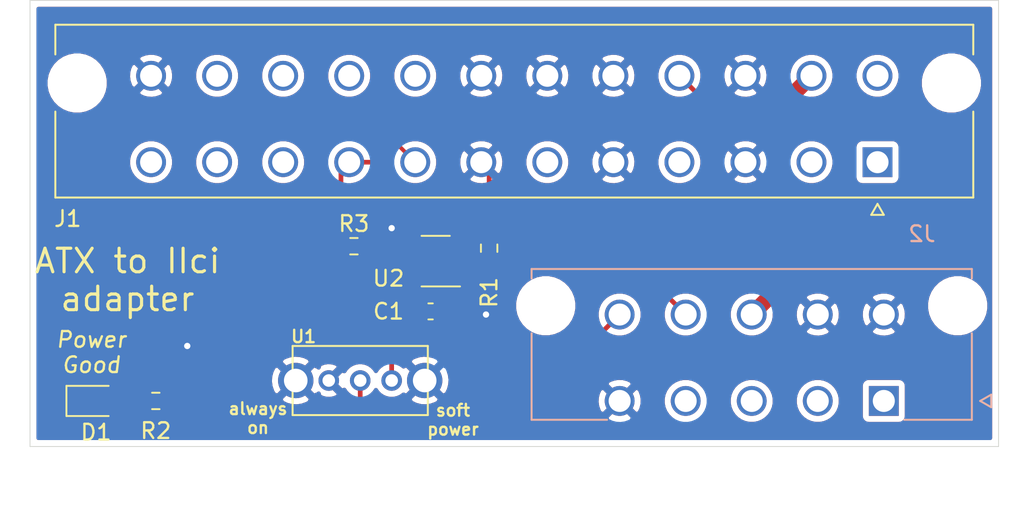
<source format=kicad_pcb>
(kicad_pcb (version 20171130) (host pcbnew 5.1.9+dfsg1-1~bpo10+1)
  (layers (0 F.Cu signal) (1 In1.Cu signal) (2 In2.Cu signal) (31 B.Cu signal) (34 B.Paste user) (35 F.Paste user) (36 B.SilkS user) (37 F.SilkS user) (38 B.Mask user) (39 F.Mask user) (44 Edge.Cuts user))
  (net 0 "")
  (net 1 GND)
  (net 2 +5V)
  (net 3 ~PS-ON)
  (net 4 -12V)
  (net 5 +12V)
  (net 6 +5VD)
  (net 7 PGOOD)
  (net 8 MAC-ON)
  (net 9 ~MAC-ON)
  (net 10 "Net-(J1-Pad13)")
  (net 11 "Net-(J1-Pad12)")
  (net 12 "Net-(J1-Pad2)")
  (net 13 "Net-(J1-Pad1)")
  (net 14 "Net-(D1-Pad2)")
  (net 15 "Net-(J1-Pad20)")
  (module Resistor_SMD:R_0603_1608Metric (layer F.Cu) (at 110.6 125.65)
    (fp_text reference R3 (at 0 -1.43) (layer F.SilkS))
    (fp_text value 4.7k)
    (fp_line (start -0.237258 0.5225) (end 0.237258 0.5225) (layer F.SilkS) (width 0.12))
    (fp_line (start -0.237258 -0.5225) (end 0.237258 -0.5225) (layer F.SilkS) (width 0.12))
    (pad 2 smd roundrect (at 0.825 0) (size 0.8 0.95) (layers F.Cu F.Paste F.Mask) (net 9 ~MAC-ON))
    (pad 1 smd roundrect (at -0.825 0) (size 0.8 0.95) (layers F.Cu F.Paste F.Mask) (net 6 +5VD))
  )
  (module Resistor_SMD:R_0603_1608Metric (layer F.Cu) (at 98 135.5 180)
    (fp_text reference R2 (at 0 -1.9) (layer F.SilkS))
    (fp_text value 1k)
    (fp_line (start -0.237258 -0.5225) (end 0.237258 -0.5225) (layer F.SilkS) (width 0.12))
    (fp_line (start -0.237258 0.5225) (end 0.237258 0.5225) (layer F.SilkS) (width 0.12))
    (pad 2 smd roundrect (at 0.825 0 180) (size 0.8 0.95) (layers F.Cu F.Paste F.Mask) (net 14 "Net-(D1-Pad2)"))
    (pad 1 smd roundrect (at -0.825 0 180) (size 0.8 0.95) (layers F.Cu F.Paste F.Mask) (net 7 PGOOD))
  )
  (module IIci_ATX:MOLEX_39299246 (layer F.Cu) (at 143.9 120.3)
    (fp_text reference J1 (at -51.5 3.6) (layer F.SilkS))
    (fp_text value 39299246)
    (fp_line (start -0.4 3.354) (end 0.4 3.354) (layer F.SilkS) (width 0.127))
    (fp_line (start 0.4 3.354) (end 0 2.654) (layer F.SilkS) (width 0.127))
    (fp_line (start 0 2.654) (end -0.4 3.354) (layer F.SilkS) (width 0.127))
    (fp_line (start -52.29 -6.86) (end -52.29 -8.75) (layer F.SilkS) (width 0.127))
    (fp_line (start -52.29 2.25) (end -52.29 -3.22) (layer F.SilkS) (width 0.127))
    (fp_line (start 6.09 -8.75) (end 6.09 -6.86) (layer F.SilkS) (width 0.127))
    (fp_line (start 6.09 2.25) (end 6.09 -3.22) (layer F.SilkS) (width 0.127))
    (fp_line (start -52.29 -8.75) (end 6.09 -8.75) (layer F.SilkS) (width 0.127))
    (fp_line (start 6.09 2.25) (end -52.29 2.25) (layer F.SilkS) (width 0.127))
    (pad None np_thru_hole circle (at 4.7 -5.04) (size 3 3) (drill 3) (layers *.Cu *.Mask))
    (pad None np_thru_hole circle (at -50.9 -5.04) (size 3 3) (drill 3) (layers *.Cu *.Mask))
    (pad 24 thru_hole circle (at -46.2 -5.5) (size 1.9 1.9) (drill 1.4) (layers *.Cu) (net 1 GND))
    (pad 23 thru_hole circle (at -42 -5.5) (size 1.9 1.9) (drill 1.4) (layers *.Cu) (net 2 +5V))
    (pad 22 thru_hole circle (at -37.8 -5.5) (size 1.9 1.9) (drill 1.4) (layers *.Cu) (net 2 +5V))
    (pad 21 thru_hole circle (at -33.6 -5.5) (size 1.9 1.9) (drill 1.4) (layers *.Cu) (net 2 +5V))
    (pad 20 thru_hole circle (at -29.4 -5.5) (size 1.9 1.9) (drill 1.4) (layers *.Cu) (net 15 "Net-(J1-Pad20)"))
    (pad 19 thru_hole circle (at -25.2 -5.5) (size 1.9 1.9) (drill 1.4) (layers *.Cu) (net 1 GND))
    (pad 18 thru_hole circle (at -21 -5.5) (size 1.9 1.9) (drill 1.4) (layers *.Cu) (net 1 GND))
    (pad 17 thru_hole circle (at -16.8 -5.5) (size 1.9 1.9) (drill 1.4) (layers *.Cu) (net 1 GND))
    (pad 16 thru_hole circle (at -12.6 -5.5) (size 1.9 1.9) (drill 1.4) (layers *.Cu) (net 3 ~PS-ON))
    (pad 15 thru_hole circle (at -8.4 -5.5) (size 1.9 1.9) (drill 1.4) (layers *.Cu) (net 1 GND))
    (pad 14 thru_hole circle (at -4.2 -5.5) (size 1.9 1.9) (drill 1.4) (layers *.Cu) (net 4 -12V))
    (pad 13 thru_hole circle (at 0 -5.5) (size 1.9 1.9) (drill 1.4) (layers *.Cu) (net 10 "Net-(J1-Pad13)"))
    (pad 12 thru_hole circle (at -46.2 0) (size 1.9 1.9) (drill 1.4) (layers *.Cu) (net 11 "Net-(J1-Pad12)"))
    (pad 11 thru_hole circle (at -42 0) (size 1.9 1.9) (drill 1.4) (layers *.Cu) (net 5 +12V))
    (pad 10 thru_hole circle (at -37.8 0) (size 1.9 1.9) (drill 1.4) (layers *.Cu) (net 5 +12V))
    (pad 9 thru_hole circle (at -33.6 0) (size 1.9 1.9) (drill 1.4) (layers *.Cu) (net 6 +5VD))
    (pad 8 thru_hole circle (at -29.4 0) (size 1.9 1.9) (drill 1.4) (layers *.Cu) (net 7 PGOOD))
    (pad 7 thru_hole circle (at -25.2 0) (size 1.9 1.9) (drill 1.4) (layers *.Cu) (net 1 GND))
    (pad 6 thru_hole circle (at -21 0) (size 1.9 1.9) (drill 1.4) (layers *.Cu) (net 2 +5V))
    (pad 5 thru_hole circle (at -16.8 0) (size 1.9 1.9) (drill 1.4) (layers *.Cu) (net 1 GND))
    (pad 4 thru_hole circle (at -12.6 0) (size 1.9 1.9) (drill 1.4) (layers *.Cu) (net 2 +5V))
    (pad 3 thru_hole circle (at -8.4 0) (size 1.9 1.9) (drill 1.4) (layers *.Cu) (net 1 GND))
    (pad 2 thru_hole circle (at -4.2 0) (size 1.9 1.9) (drill 1.4) (layers *.Cu) (net 12 "Net-(J1-Pad2)"))
    (pad 1 thru_hole rect (at 0 0) (size 1.9 1.9) (drill 1.4) (layers *.Cu) (net 13 "Net-(J1-Pad1)"))
  )
  (module LED_SMD:LED_0805_2012Metric (layer F.Cu) (at 94 135.5)
    (fp_text reference D1 (at 0.2 2) (layer F.SilkS))
    (fp_text value "Red Led")
    (fp_line (start 1 -0.96) (end -1.685 -0.96) (layer F.SilkS) (width 0.12))
    (fp_line (start -1.685 -0.96) (end -1.685 0.96) (layer F.SilkS) (width 0.12))
    (fp_line (start -1.685 0.96) (end 1 0.96) (layer F.SilkS) (width 0.12))
    (pad 2 smd roundrect (at 0.9375 0) (size 0.975 1.4) (layers F.Cu F.Paste F.Mask) (net 14 "Net-(D1-Pad2)"))
    (pad 1 smd roundrect (at -0.9375 0) (size 0.975 1.4) (layers F.Cu F.Paste F.Mask) (net 1 GND))
  )
  (module Package_TO_SOT_SMD:SOT-23-5 (layer F.Cu) (at 115.8 126.6 180)
    (fp_text reference U2 (at 3 -1.1) (layer F.SilkS))
    (fp_text value "SN74LVC1G04DBVR ")
    (fp_line (start -0.9 1.61) (end 0.9 1.61) (layer F.SilkS) (width 0.12))
    (fp_line (start 0.9 -1.61) (end -1.55 -1.61) (layer F.SilkS) (width 0.12))
    (pad 5 smd rect (at 1.1 -0.95 180) (size 1.06 0.65) (layers F.Cu F.Paste F.Mask) (net 6 +5VD))
    (pad 4 smd rect (at 1.1 0.95 180) (size 1.06 0.65) (layers F.Cu F.Paste F.Mask) (net 9 ~MAC-ON))
    (pad 3 smd rect (at -1.1 0.95 180) (size 1.06 0.65) (layers F.Cu F.Paste F.Mask) (net 1 GND))
    (pad 2 smd rect (at -1.1 0 180) (size 1.06 0.65) (layers F.Cu F.Paste F.Mask) (net 8 MAC-ON))
    (pad 1 smd rect (at -1.1 -0.95 180) (size 1.06 0.65) (layers F.Cu F.Paste F.Mask))
  )
  (module Resistor_SMD:R_0603_1608Metric (layer F.Cu) (at 119.2 125.775 90)
    (fp_text reference R1 (at -2.825 0 90) (layer F.SilkS))
    (fp_text value 4.7k)
    (fp_line (start -0.237258 -0.5225) (end 0.237258 -0.5225) (layer F.SilkS) (width 0.12))
    (fp_line (start -0.237258 0.5225) (end 0.237258 0.5225) (layer F.SilkS) (width 0.12))
    (pad 2 smd roundrect (at 0.825 0 90) (size 0.8 0.95) (layers F.Cu F.Paste F.Mask) (net 1 GND))
    (pad 1 smd roundrect (at -0.825 0 90) (size 0.8 0.95) (layers F.Cu F.Paste F.Mask) (net 8 MAC-ON))
  )
  (module Capacitor_SMD:C_0603_1608Metric (layer F.Cu) (at 115.475 129.8 180)
    (fp_text reference C1 (at 2.675 0) (layer F.SilkS))
    (fp_text value "100 nF")
    (fp_line (start -0.14058 -0.51) (end 0.14058 -0.51) (layer F.SilkS) (width 0.12))
    (fp_line (start -0.14058 0.51) (end 0.14058 0.51) (layer F.SilkS) (width 0.12))
    (pad 2 smd roundrect (at 0.775 0 180) (size 0.9 0.95) (layers F.Cu F.Paste F.Mask) (net 6 +5VD))
    (pad 1 smd roundrect (at -0.775 0 180) (size 0.9 0.95) (layers F.Cu F.Paste F.Mask) (net 1 GND))
  )
  (module IIci_ATX:OS102011MA1QN1 (layer F.Cu) (at 111 134.2 180)
    (fp_text reference U1 (at 3.6 2.8) (layer F.SilkS) (effects (font (size 0.787402 0.787402))))
    (fp_text value OS102011MA1QN1)
    (fp_line (start -4.3 -2.2) (end 4.3 -2.2) (layer F.SilkS) (width 0.127))
    (fp_line (start -4.3 2.2) (end 4.3 2.2) (layer F.SilkS) (width 0.127))
    (fp_line (start 4.3 2.2) (end 4.3 -2.2) (layer F.SilkS) (width 0.127))
    (fp_line (start -4.3 -2.2) (end -4.3 2.2) (layer F.SilkS) (width 0.127))
    (pad 3 thru_hole circle (at 2 0 180) (size 1.308 1.308) (drill 0.8) (layers *.Cu *.Mask) (net 1 GND))
    (pad 1 thru_hole circle (at -2 0 180) (size 1.308 1.308) (drill 0.8) (layers *.Cu *.Mask) (net 9 ~MAC-ON))
    (pad 2 thru_hole circle (at 0 0 180) (size 1.308 1.308) (drill 0.8) (layers *.Cu *.Mask) (net 3 ~PS-ON))
    (pad G1 thru_hole circle (at -4.1 0 180) (size 2.25 2.25) (drill 1.5) (layers *.Cu *.Mask) (net 1 GND))
    (pad G2 thru_hole circle (at 4.1 0 180) (size 2.25 2.25) (drill 1.5) (layers *.Cu *.Mask) (net 1 GND))
  )
  (module IIci_ATX:MOLEX_15247100 (layer B.Cu) (at 144.3 135.5 180)
    (fp_text reference J2 (at -2.425 10.635) (layer B.SilkS) (effects (justify mirror)))
    (fp_text value 15247100)
    (fp_line (start -5.6 4.3) (end -5.6 -1.2) (layer B.SilkS) (width 0.127))
    (fp_line (start -5.6 8.4) (end -5.6 7.8) (layer B.SilkS) (width 0.127))
    (fp_line (start -1.3 -1.2) (end -5.6 -1.2) (layer B.SilkS) (width 0.127))
    (fp_line (start 22.4 -1.2) (end 17.6 -1.2) (layer B.SilkS) (width 0.127))
    (fp_line (start 22.4 4.3) (end 22.4 -1.2) (layer B.SilkS) (width 0.127))
    (fp_line (start 22.4 8.4) (end 22.4 7.8) (layer B.SilkS) (width 0.127))
    (fp_line (start -5.6 8.4) (end 22.4 8.4) (layer B.SilkS) (width 0.127))
    (fp_line (start -6.13 0) (end -6.83 0.4) (layer B.SilkS) (width 0.127))
    (fp_line (start -6.83 -0.4) (end -6.13 0) (layer B.SilkS) (width 0.127))
    (fp_line (start -6.83 0.4) (end -6.83 -0.4) (layer B.SilkS) (width 0.127))
    (pad 10 thru_hole circle (at 16.8 5.5 180) (size 1.9 1.9) (drill 1.4) (layers *.Cu) (net 6 +5VD))
    (pad 9 thru_hole circle (at 12.6 5.5 180) (size 1.9 1.9) (drill 1.4) (layers *.Cu) (net 8 MAC-ON))
    (pad 8 thru_hole circle (at 8.4 5.5 180) (size 1.9 1.9) (drill 1.4) (layers *.Cu) (net 4 -12V))
    (pad 5 thru_hole circle (at 16.8 0 180) (size 1.9 1.9) (drill 1.4) (layers *.Cu) (net 1 GND))
    (pad 4 thru_hole circle (at 12.6 0 180) (size 1.9 1.9) (drill 1.4) (layers *.Cu) (net 2 +5V))
    (pad 3 thru_hole circle (at 8.4 0 180) (size 1.9 1.9) (drill 1.4) (layers *.Cu) (net 2 +5V))
    (pad None np_thru_hole circle (at 21.5 6.06 180) (size 3 3) (drill 3) (layers *.Cu *.Mask))
    (pad 7 thru_hole circle (at 4.2 5.5 180) (size 1.9 1.9) (drill 1.4) (layers *.Cu) (net 1 GND))
    (pad 6 thru_hole circle (at 0 5.5 180) (size 1.9 1.9) (drill 1.4) (layers *.Cu) (net 1 GND))
    (pad None np_thru_hole circle (at -4.7 6.06 180) (size 3 3) (drill 3) (layers *.Cu *.Mask))
    (pad 2 thru_hole circle (at 4.2 0 180) (size 1.9 1.9) (drill 1.4) (layers *.Cu) (net 2 +5V))
    (pad 1 thru_hole rect (at 0 0 180) (size 1.9 1.9) (drill 1.4) (layers *.Cu) (net 5 +12V))
  )
  (gr_text "ATX to IIci\nadapter" (at 96.2 127.8) (layer F.SilkS) (effects (font (size 1.5 1.5) (thickness 0.2))))
  (gr_text "always\non" (at 104.5 136.6) (layer F.SilkS) (effects (font (size 0.75 0.75))))
  (gr_text "soft\npower" (at 116.9 136.7) (layer F.SilkS) (effects (font (size 0.75 0.75))))
  (gr_text "Power\nGood" (at 93.9 132.4) (layer F.SilkS) (effects (font (size 1 1) (thickness 0.15) italic)))
  (gr_line (start 90 138.4) (end 90 110) (layer Edge.Cuts) (width 0.05))
  (gr_line (start 151.6 138.4) (end 90 138.4) (layer Edge.Cuts) (width 0.05))
  (gr_line (start 151.6 110) (end 151.6 138.4) (layer Edge.Cuts) (width 0.05))
  (gr_line (start 90 110) (end 151.6 110) (layer Edge.Cuts) (width 0.05))
  (via (at 100 132) (size 0.8) (drill 0.4) (layers F.Cu B.Cu) (net 1))
  (via (at 119 130) (size 0.8) (drill 0.4) (layers F.Cu B.Cu) (net 1))
  (segment (start 116.9 122.1) (end 118.7 120.3) (width 0.3) (layer F.Cu) (net 1))
  (segment (start 116.9 125.65) (end 116.9 122.1) (width 0.3) (layer F.Cu) (net 1))
  (segment (start 119.2 120.8) (end 118.7 120.3) (width 0.25) (layer F.Cu) (net 1))
  (segment (start 119.2 124.95) (end 119.2 120.8) (width 0.3) (layer F.Cu) (net 1))
  (via (at 113 124.5) (size 0.8) (drill 0.4) (layers F.Cu B.Cu) (net 1))
  (segment (start 131.3 114.8) (end 133.5 117) (width 0.3) (layer F.Cu) (net 3))
  (segment (start 133.5 117) (end 133.5 136.6) (width 0.3) (layer F.Cu) (net 3))
  (segment (start 133.5 136.6) (end 132.8 137.3) (width 0.3) (layer F.Cu) (net 3))
  (segment (start 132.8 137.3) (end 113 137.3) (width 0.3) (layer F.Cu) (net 3))
  (segment (start 111 135.3) (end 111 134.2) (width 0.3) (layer F.Cu) (net 3))
  (segment (start 113 137.3) (end 111 135.3) (width 0.3) (layer F.Cu) (net 3))
  (segment (start 137.6 128.3) (end 135.9 130) (width 1) (layer F.Cu) (net 4))
  (segment (start 139.7 114.8) (end 137.6 116.9) (width 1) (layer F.Cu) (net 4))
  (segment (start 137.6 116.9) (end 137.6 128.3) (width 1) (layer F.Cu) (net 4))
  (segment (start 114.7 127.55) (end 114.7 129.8) (width 0.3) (layer F.Cu) (net 6))
  (segment (start 114.7 127.55) (end 115.45 127.55) (width 0.3) (layer F.Cu) (net 6))
  (segment (start 115.45 127.55) (end 115.8 127.2) (width 0.3) (layer F.Cu) (net 6))
  (segment (start 115.8 127.2) (end 115.8 124.4) (width 0.3) (layer F.Cu) (net 6))
  (segment (start 111.7 120.3) (end 110.3 120.3) (width 0.3) (layer F.Cu) (net 6))
  (segment (start 115.8 124.4) (end 111.7 120.3) (width 0.3) (layer F.Cu) (net 6))
  (segment (start 114.7 130.7) (end 114.7 129.8) (width 0.3) (layer F.Cu) (net 6))
  (segment (start 114.7 130.7) (end 114.7 130.8) (width 0.3) (layer F.Cu) (net 6))
  (segment (start 114.7 130.8) (end 117.9 134) (width 0.3) (layer F.Cu) (net 6))
  (segment (start 123.5 134) (end 127.5 130) (width 0.3) (layer F.Cu) (net 6))
  (segment (start 117.9 134) (end 123.5 134) (width 0.3) (layer F.Cu) (net 6))
  (segment (start 109.775 120.825) (end 110.3 120.3) (width 0.3) (layer F.Cu) (net 6))
  (segment (start 109.775 125.65) (end 109.775 120.825) (width 0.3) (layer F.Cu) (net 6))
  (segment (start 114.5 120.3) (end 112.4 118.2) (width 0.25) (layer F.Cu) (net 7))
  (segment (start 112.4 118.2) (end 108.7 118.2) (width 0.25) (layer F.Cu) (net 7))
  (segment (start 108.7 118.2) (end 108.4 118.5) (width 0.25) (layer F.Cu) (net 7))
  (segment (start 108.4 118.5) (end 108.4 128) (width 0.25) (layer F.Cu) (net 7))
  (segment (start 100.9 135.5) (end 98.825 135.5) (width 0.25) (layer F.Cu) (net 7))
  (segment (start 108.4 128) (end 100.9 135.5) (width 0.25) (layer F.Cu) (net 7))
  (segment (start 116.9 126.6) (end 119.2 126.6) (width 0.3) (layer F.Cu) (net 8))
  (segment (start 128.3 126.6) (end 119.2 126.6) (width 0.3) (layer F.Cu) (net 8))
  (segment (start 131.7 130) (end 128.3 126.6) (width 0.3) (layer F.Cu) (net 8))
  (segment (start 113 127.35) (end 113 134.2) (width 0.3) (layer F.Cu) (net 9))
  (segment (start 113 127.35) (end 113 126.2) (width 0.3) (layer F.Cu) (net 9))
  (segment (start 113.55 125.65) (end 113 126.2) (width 0.3) (layer F.Cu) (net 9))
  (segment (start 114.7 125.65) (end 113.55 125.65) (width 0.3) (layer F.Cu) (net 9))
  (segment (start 113.55 125.65) (end 111.425 125.65) (width 0.3) (layer F.Cu) (net 9))
  (segment (start 94.9375 135.5) (end 97.175 135.5) (width 0.25) (layer F.Cu) (net 14))
  (zone (net 1) (net_name GND) (layer B.Cu) (connect_pads (clearance 0.384)) (min_thickness 0.254) (fill yes (arc_segments 32) (thermal_gap 0.384) (thermal_bridge_width 0.508))
    (polygon (pts (xy 151.6 138.4) (xy 90 138.4) (xy 90 110) (xy 151.6 110)))
  )
  (zone (net 1) (net_name GND) (layer F.Cu) (connect_pads (clearance 0.384)) (min_thickness 0.254) (fill yes (arc_segments 32) (thermal_gap 0.384) (thermal_bridge_width 0.508))
    (polygon (pts (xy 151.6 138.4) (xy 90 138.4) (xy 90 110) (xy 151.6 110)))
  )
)
</source>
